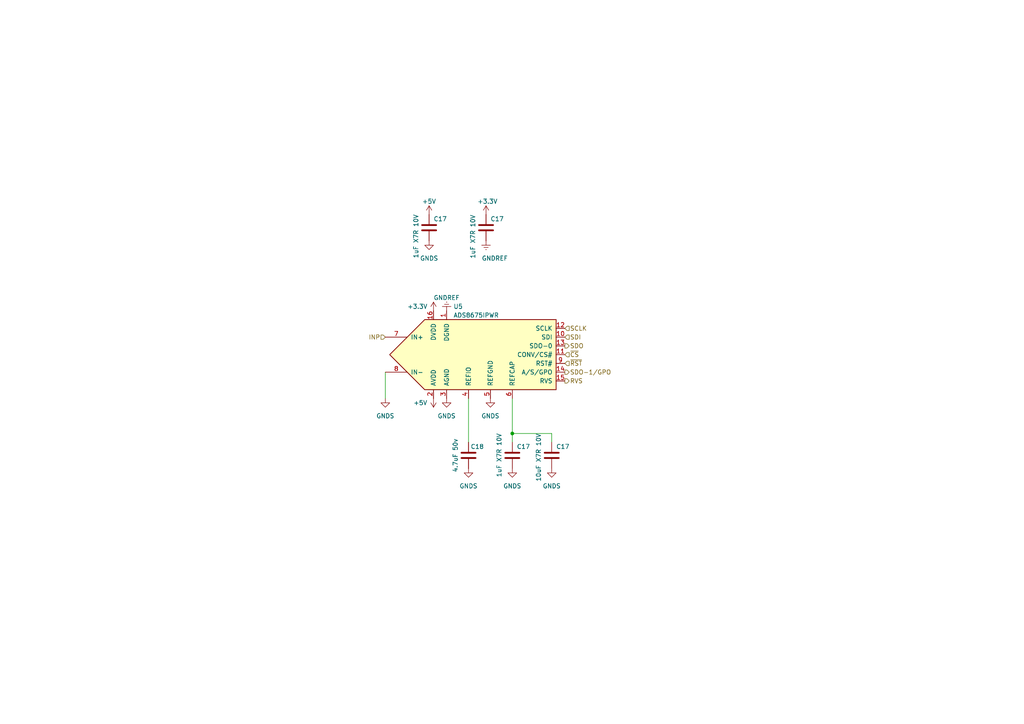
<source format=kicad_sch>
(kicad_sch (version 20230121) (generator eeschema)
  (paper "A4")
  (lib_symbols
    (symbol "Device:C" (pin_numbers hide) (pin_names (offset 0.254))
      (property "Reference" "C" (at 0.635 2.54 0))
      (property "Value" "C" (at 0.635 -2.54 0))
      (symbol "C_0_1"
        (polyline (pts (xy -2.032 -0.762) (xy 2.032 -0.762)) (stroke (width 0.508)))
        (polyline (pts (xy -2.032 0.762) (xy 2.032 0.762)) (stroke (width 0.508)))
      )
      (symbol "C_1_1"
        (pin passive line (at 0 3.81 270) (length 2.794) (name "~") (number "1"))
        (pin passive line (at 0 -3.81 90) (length 2.794) (name "~") (number "2"))
      )
    )
    (symbol "adclib:ADS1251" (pin_names (offset 1.016))
      (property "Reference" "U" (at 5.08 11.43 0))
      (property "Value" "ADS8675IPWR" (at 31.75 11.43 0))
      (symbol "ADS1251_0_1"
        (polyline (pts (xy 31.75 10.16) (xy -6.35 10.16) (xy -16.51 0) (xy -6.35 -10.16) (xy 15.24 -10.16) (xy 31.75 -10.16) (xy 31.75 10.16)) (stroke (width 0.254)) (fill (type background)))
      )
      (symbol "ADS1251_1_0"
        (pin power_in line (at 0 12.7 270) (length 2.54) (name "DGND") (number "1"))
        (pin input line (at 34.29 5.08 180) (length 2.54) (name "SDI") (number "10"))
        (pin input line (at 34.29 0 180) (length 2.54) (name "CONV/CS#") (number "11"))
        (pin input line (at 34.29 7.62 180) (length 2.54) (name "SCLK") (number "12"))
        (pin output line (at 34.29 2.54 180) (length 2.54) (name "SDO-0") (number "13"))
        (pin output line (at 34.29 -5.08 180) (length 2.54) (name "A/S/GPO") (number "14"))
        (pin input line (at 34.29 -7.62 180) (length 2.54) (name "RVS") (number "15"))
        (pin power_in line (at -3.81 12.7 270) (length 2.54) (name "DVDD") (number "16"))
        (pin power_in line (at -3.81 -12.7 90) (length 2.54) (name "AVDD") (number "2"))
        (pin power_in line (at 0 -12.7 90) (length 2.54) (name "AGND") (number "3"))
        (pin power_in line (at 6.35 -12.7 90) (length 2.54) (name "REFIO") (number "4"))
        (pin power_in line (at 12.7 -12.7 90) (length 2.54) (name "REFGND") (number "5"))
        (pin power_out line (at 19.05 -12.7 90) (length 2.54) (name "REFCAP") (number "6"))
        (pin input line (at 34.29 -2.54 180) (length 2.54) (name "RST#") (number "9"))
      )
      (symbol "ADS1251_1_1"
        (pin input line (at -17.78 5.08 0) (length 6.35) (name "IN+") (number "7"))
        (pin input line (at -17.78 -5.08 0) (length 6.35) (name "IN-") (number "8"))
      )
    )
    (symbol "power:+3.3V" (power) (pin_names (offset 0))
      (property "Value" "+3.3V" (at 0 3.556 0))
      (symbol "+3.3V_0_1"
        (polyline (pts (xy -0.762 1.27) (xy 0 2.54)))
        (polyline (pts (xy 0 0) (xy 0 2.54)))
        (polyline (pts (xy 0 2.54) (xy 0.762 1.27)))
      )
      (symbol "+3.3V_1_1"
        (pin power_in line (at 0 0 90) (length 0) hide (name "+3.3V") (number "1"))
      )
    )
    (symbol "power:+5V" (power) (pin_names (offset 0))
      (property "Value" "+5V" (at 0 3.556 0))
      (symbol "+5V_0_1"
        (polyline (pts (xy -0.762 1.27) (xy 0 2.54)))
        (polyline (pts (xy 0 0) (xy 0 2.54)))
        (polyline (pts (xy 0 2.54) (xy 0.762 1.27)))
      )
      (symbol "+5V_1_1"
        (pin power_in line (at 0 0 90) (length 0) hide (name "+5V") (number "1"))
      )
    )
    (symbol "power:GNDREF" (power) (pin_names (offset 0))
      (property "Value" "GNDREF" (at 0 -3.81 0))
      (symbol "GNDREF_0_1"
        (polyline (pts (xy -0.635 -1.905) (xy 0.635 -1.905)))
        (polyline (pts (xy -0.127 -2.54) (xy 0.127 -2.54)))
        (polyline (pts (xy 0 -1.27) (xy 0 0)))
        (polyline (pts (xy 1.27 -1.27) (xy -1.27 -1.27)))
      )
      (symbol "GNDREF_1_1"
        (pin power_in line (at 0 0 270) (length 0) hide (name "GNDREF") (number "1"))
      )
    )
    (symbol "power:GNDS" (power) (pin_names (offset 0))
      (property "Value" "GNDS" (at 0 -3.81 0))
      (symbol "GNDS_0_1"
        (polyline (pts (xy 0 0) (xy 0 -1.27) (xy 1.27 -1.27) (xy 0 -2.54) (xy -1.27 -1.27) (xy 0 -1.27)))
      )
      (symbol "GNDS_1_1"
        (pin power_in line (at 0 0 270) (length 0) hide (name "GNDS") (number "1"))
      )
    )
  )
  (junction (at 148.59 125.73))
  (wire (pts (xy 148.59 128.27) (xy 148.59 125.73)))
  (wire (pts (xy 160.02 128.27) (xy 160.02 125.73)))
  (wire (pts (xy 148.59 125.73) (xy 148.59 115.57)))
  (wire (pts (xy 160.02 125.73) (xy 148.59 125.73)))
  (wire (pts (xy 111.76 115.57) (xy 111.76 107.95)))
  (wire (pts (xy 135.89 115.57) (xy 135.89 128.27)))
  (hierarchical_label "~{RST}" (shape input) (at 163.83 105.41 0))
  (hierarchical_label "SCLK" (shape input) (at 163.83 95.25 0))
  (hierarchical_label "SDO" (shape output) (at 163.83 100.33 0))
  (hierarchical_label "SDO-1{slash}GPO" (shape output) (at 163.83 107.95 0))
  (hierarchical_label "RVS" (shape output) (at 163.83 110.49 0))
  (hierarchical_label "INP" (shape input) (at 111.76 97.79 180))
  (hierarchical_label "~{CS}" (shape input) (at 163.83 102.87 0))
  (hierarchical_label "SDI" (shape input) (at 163.83 97.79 0))
  (symbol (lib_id "power:GNDREF") (at 140.97 69.85 0) (unit 1)
    (property "Reference" "#PWR014" (effects hide))
    (property "Value" "GNDREF" (at 143.51 74.93 0))
    (instances (project "ESP-Gamma-Detector" (path "" (reference "#PWR014") (unit 1)) (path "" (reference "#PWR06") (unit 1)) (path "" (reference "#PWR06") (unit 1)) (path "" (reference "#PWR067") (unit 1)) (path "" (reference "#PWR067") (unit 1))) (project "opengeiger" (path "" (reference "#PWR012") (unit 1))))
  )
  (symbol (lib_id "power:GNDS") (at 111.76 115.57 0) (unit 1)
    (property "Reference" "#PWR058" (effects hide))
    (property "Value" "GNDS" (at 111.76 120.65 0))
  )
  (symbol (lib_id "power:+3.3V") (at 125.73 90.17 0) (unit 1)
    (property "Reference" "#PWR013" (effects hide))
    (property "Value" "+3.3V" (at 118.11 88.9 0) (effects (justify left)))
    (instances (project "ESP-Gamma-Detector" (path "" (reference "#PWR013") (unit 1)) (path "" (reference "#PWR05") (unit 1)) (path "" (reference "#PWR05") (unit 1)) (path "" (reference "#PWR065") (unit 1)) (path "" (reference "#PWR061") (unit 1))) (project "opengeiger" (path "" (reference "#PWR015") (unit 1))))
  )
  (symbol (lib_id "power:+5V") (at 124.46 62.23 0) (unit 1)
    (property "Reference" "#PWR05" (effects hide))
    (property "Value" "+5V" (at 124.46 58.42 0))
    (instances (project "ESP-Gamma-Detector" (path "" (reference "#PWR05") (unit 1)) (path "" (reference "#PWR01") (unit 1)) (path "" (reference "#PWR01") (unit 1)) (path "" (reference "#PWR069") (unit 1)) (path "" (reference "#PWR059") (unit 1))) (project "opengeiger" (path "" (reference "#PWR06") (unit 1))))
  )
  (symbol (lib_id "power:+3.3V") (at 140.97 62.23 0) (unit 1)
    (property "Reference" "#PWR013" (effects hide))
    (property "Value" "+3.3V" (at 138.43 58.42 0) (effects (justify left)))
    (instances (project "ESP-Gamma-Detector" (path "" (reference "#PWR013") (unit 1)) (path "" (reference "#PWR05") (unit 1)) (path "" (reference "#PWR05") (unit 1)) (path "" (reference "#PWR066") (unit 1)) (path "" (reference "#PWR066") (unit 1))) (project "opengeiger" (path "" (reference "#PWR015") (unit 1))))
  )
  (symbol (lib_id "Device:C") (at 140.97 66.04 0) (mirror x) (unit 1)
    (property "Reference" "C17" (at 142.24 63.5 0) (effects (justify left)))
    (property "Value" "1uF X7R 10V" (at 137.16 62.23 90) (effects (justify left)))
    (property "Footprint" "Capacitor_SMD:C_0603_1608Metric_Pad1.08x0.95mm_HandSolder" (effects hide))
    (property "INFO" "DIGIKEY" (effects hide))
    (instances (project "ESP-Gamma-Detector" (path "" (reference "C17") (unit 1)) (path "" (reference "C3") (unit 1)) (path "" (reference "C17") (unit 1)) (path "" (reference "C16") (unit 1))) (project "opengeiger" (path "" (reference "C16") (unit 1))))
  )
  (symbol (lib_id "power:GNDS") (at 129.54 115.57 0) (unit 1)
    (property "Reference" "#PWR059" (effects hide))
    (property "Value" "GNDS" (at 129.54 120.65 0))
    (instances (project "ESP-Gamma-Detector" (path "" (reference "#PWR059") (unit 1)) (path "" (reference "#PWR064") (unit 1))))
  )
  (symbol (lib_id "power:GNDREF") (at 129.54 90.17 180) (unit 1)
    (property "Reference" "#PWR014" (effects hide))
    (property "Value" "GNDREF" (at 129.54 86.36 0))
    (instances (project "ESP-Gamma-Detector" (path "" (reference "#PWR014") (unit 1)) (path "" (reference "#PWR06") (unit 1)) (path "" (reference "#PWR06") (unit 1)) (path "" (reference "#PWR070") (unit 1)) (path "" (reference "#PWR063") (unit 1))) (project "opengeiger" (path "" (reference "#PWR012") (unit 1))))
  )
  (symbol (lib_id "power:GNDS") (at 135.89 135.89 0) (unit 1)
    (property "Reference" "#PWR063" (effects hide))
    (property "Value" "GNDS" (at 135.89 140.97 0))
    (instances (project "ESP-Gamma-Detector" (path "" (reference "#PWR063") (unit 1)) (path "" (reference "#PWR065") (unit 1))))
  )
  (symbol (lib_id "power:GNDS") (at 148.59 135.89 0) (unit 1)
    (property "Reference" "#PWR061" (effects hide))
    (property "Value" "GNDS" (at 148.59 140.97 0))
    (instances (project "ESP-Gamma-Detector" (path "" (reference "#PWR061") (unit 1)) (path "" (reference "#PWR069") (unit 1))))
  )
  (symbol (lib_id "power:GNDS") (at 142.24 115.57 0) (unit 1)
    (property "Reference" "#PWR060" (effects hide))
    (property "Value" "GNDS" (at 142.24 120.65 0))
    (instances (project "ESP-Gamma-Detector" (path "" (reference "#PWR060") (unit 1)) (path "" (reference "#PWR068") (unit 1))))
  )
  (symbol (lib_id "power:GNDS") (at 124.46 69.85 0) (unit 1)
    (property "Reference" "#PWR068" (effects hide))
    (property "Value" "GNDS" (at 124.46 74.93 0))
    (instances (project "ESP-Gamma-Detector" (path "" (reference "#PWR068") (unit 1)) (path "" (reference "#PWR060") (unit 1))))
  )
  (symbol (lib_id "Device:C") (at 160.02 132.08 0) (unit 1)
    (property "Reference" "C17" (at 161.29 129.54 0) (effects (justify left)))
    (property "Value" "10uF X7R 10V" (at 156.21 139.7 90) (effects (justify left)))
    (property "Footprint" "Capacitor_SMD:C_0805_2012Metric" (effects hide))
    (property "INFO" "DIGIKEY" (effects hide))
    (instances (project "ESP-Gamma-Detector" (path "" (reference "C17") (unit 1)) (path "" (reference "C3") (unit 1)) (path "" (reference "C15") (unit 1)) (path "" (reference "C18") (unit 1))) (project "opengeiger" (path "" (reference "C16") (unit 1))))
  )
  (symbol (lib_id "Device:C") (at 135.89 132.08 180) (unit 1)
    (property "Reference" "C18" (at 138.43 129.54 0))
    (property "Value" "4.7uF 50v" (at 132.08 132.08 90))
    (property "Footprint" "Capacitor_SMD:C_0805_2012Metric" (effects hide))
    (property "INFO" "DIGIKEY" (effects hide))
    (instances (project "ESP-Gamma-Detector" (path "" (reference "C18") (unit 1)) (path "" (reference "C9") (unit 1)) (path "" (reference "C14") (unit 1)) (path "" (reference "C16") (unit 1)) (path "" (reference "C15") (unit 1))) (project "opengeiger" (path "" (reference "C8") (unit 1))))
  )
  (symbol (lib_id "Device:C") (at 148.59 132.08 0) (unit 1)
    (property "Reference" "C17" (at 149.86 129.54 0) (effects (justify left)))
    (property "Value" "1uF X7R 10V" (at 144.78 138.43 90) (effects (justify left)))
    (property "Footprint" "Capacitor_SMD:C_0603_1608Metric_Pad1.08x0.95mm_HandSolder" (effects hide))
    (property "INFO" "DIGIKEY" (effects hide))
    (instances (project "ESP-Gamma-Detector" (path "" (reference "C17") (unit 1)) (path "" (reference "C3") (unit 1)) (path "" (reference "C11") (unit 1)) (path "" (reference "C17") (unit 1))) (project "opengeiger" (path "" (reference "C16") (unit 1))))
  )
  (symbol (lib_id "power:GNDS") (at 160.02 135.89 0) (unit 1)
    (property "Reference" "#PWR062" (effects hide))
    (property "Value" "GNDS" (at 160.02 140.97 0))
    (instances (project "ESP-Gamma-Detector" (path "" (reference "#PWR062") (unit 1)) (path "" (reference "#PWR070") (unit 1))))
  )
  (symbol (lib_id "adclib:ADS1251") (at 129.54 102.87 0) (unit 1)
    (property "Reference" "U5" (at 131.4959 88.9 0) (effects (justify left)))
    (property "Value" "ADS8675IPWR" (at 131.4959 91.44 0) (effects (justify left)))
    (property "Footprint" "Package_SO:TSSOP-16_4.4x5mm_P0.65mm" (effects hide))
    (property "Datasheet" "https://www.ti.com/lit/ds/symlink/ads8675.pdf?ts=1677053509661" (effects hide))
  )
  (symbol (lib_id "power:+5V") (at 125.73 115.57 180) (unit 1)
    (property "Reference" "#PWR05" (effects hide))
    (property "Value" "+5V" (at 121.92 116.84 0))
    (instances (project "ESP-Gamma-Detector" (path "" (reference "#PWR05") (unit 1)) (path "" (reference "#PWR01") (unit 1)) (path "" (reference "#PWR01") (unit 1)) (path "" (reference "#PWR064") (unit 1)) (path "" (reference "#PWR062") (unit 1))) (project "opengeiger" (path "" (reference "#PWR06") (unit 1))))
  )
  (symbol (lib_id "Device:C") (at 124.46 66.04 0) (unit 1)
    (property "Reference" "C17" (at 125.73 63.5 0) (effects (justify left)))
    (property "Value" "1uF X7R 10V" (at 120.65 74.93 90) (effects (justify left)))
    (property "Footprint" "Capacitor_SMD:C_0603_1608Metric_Pad1.08x0.95mm_HandSolder" (effects hide))
    (property "INFO" "DIGIKEY" (effects hide))
    (instances (project "ESP-Gamma-Detector" (path "" (reference "C17") (unit 1)) (path "" (reference "C3") (unit 1)) (path "" (reference "C18") (unit 1)) (path "" (reference "C11") (unit 1))) (project "opengeiger" (path "" (reference "C16") (unit 1))))
  )
)
</source>
